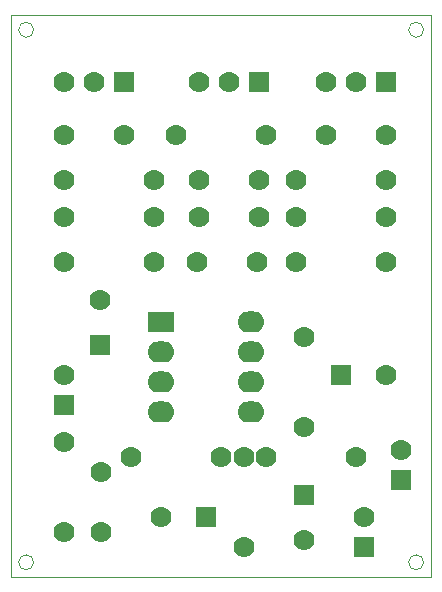
<source format=gtl>
%FSLAX46Y46*%
G04 Gerber Fmt 4.6, Leading zero omitted, Abs format (unit mm)*
G04 Created by KiCad (PCBNEW (2014-08-26 BZR 5101)-product) date 01/09/2014 17:51:50*
%MOMM*%
G01*
G04 APERTURE LIST*
%ADD10C,0.100000*%
%ADD11C,1.778000*%
%ADD12R,1.778000X1.778000*%
%ADD13R,2.286000X1.778000*%
%ADD14O,2.286000X1.778000*%
G04 APERTURE END LIST*
D10*
X112395000Y-123825000D02*
X147955000Y-123825000D01*
X112395000Y-76200000D02*
X147955000Y-76200000D01*
X114300000Y-122555000D02*
G75*
G03X114300000Y-122555000I-635000J0D01*
G74*
G01*
X147320000Y-122555000D02*
G75*
G03X147320000Y-122555000I-635000J0D01*
G74*
G01*
X147320000Y-77470000D02*
G75*
G03X147320000Y-77470000I-635000J0D01*
G74*
G01*
X114300000Y-77470000D02*
G75*
G03X114300000Y-77470000I-635000J0D01*
G74*
G01*
X112395000Y-123825000D02*
X112395000Y-76200000D01*
X147955000Y-76200000D02*
X147955000Y-123825000D01*
D11*
X120015000Y-120015000D03*
X120015000Y-114935000D03*
D12*
X119888000Y-104140000D03*
D11*
X119888000Y-100330000D03*
X128270000Y-90170000D03*
X133350000Y-90170000D03*
X128270000Y-93345000D03*
X133350000Y-93345000D03*
X139065000Y-86360000D03*
X144145000Y-86360000D03*
X116840000Y-86360000D03*
X121920000Y-86360000D03*
D12*
X140335000Y-106680000D03*
D11*
X144145000Y-106680000D03*
D12*
X128905000Y-118745000D03*
D11*
X125095000Y-118745000D03*
D12*
X137160000Y-116840000D03*
D11*
X137160000Y-120650000D03*
D12*
X116840000Y-109220000D03*
D11*
X116840000Y-106680000D03*
D12*
X145415000Y-115570000D03*
D11*
X145415000Y-113030000D03*
D12*
X142240000Y-121285000D03*
D11*
X142240000Y-118745000D03*
X116840000Y-120015000D03*
X116840000Y-112395000D03*
X130175000Y-113665000D03*
X122555000Y-113665000D03*
X124460000Y-90170000D03*
X116840000Y-90170000D03*
X124460000Y-93345000D03*
X116840000Y-93345000D03*
X116840000Y-97155000D03*
X124460000Y-97155000D03*
X133985000Y-86360000D03*
X126365000Y-86360000D03*
X144145000Y-90170000D03*
X136525000Y-90170000D03*
X144145000Y-93345000D03*
X136525000Y-93345000D03*
X144145000Y-97155000D03*
X136525000Y-97155000D03*
X137160000Y-111125000D03*
X137160000Y-103505000D03*
X133985000Y-113665000D03*
X141605000Y-113665000D03*
X132080000Y-121285000D03*
X132080000Y-113665000D03*
D12*
X144145000Y-81915000D03*
D11*
X141605000Y-81915000D03*
X139065000Y-81915000D03*
D12*
X133350000Y-81915000D03*
D11*
X130810000Y-81915000D03*
X128270000Y-81915000D03*
D12*
X121920000Y-81915000D03*
D11*
X119380000Y-81915000D03*
X116840000Y-81915000D03*
D13*
X125095000Y-102235000D03*
D14*
X125095000Y-104775000D03*
X125095000Y-107315000D03*
X125095000Y-109855000D03*
X132715000Y-109855000D03*
X132715000Y-107315000D03*
X132715000Y-104775000D03*
X132715000Y-102235000D03*
D11*
X128143000Y-97155000D03*
X133223000Y-97155000D03*
M02*

</source>
